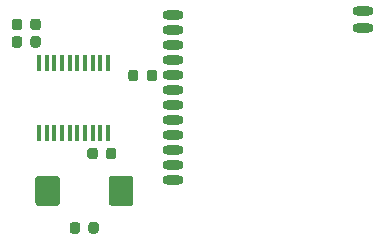
<source format=gbr>
G04 #@! TF.GenerationSoftware,KiCad,Pcbnew,5.1.8-db9833491~87~ubuntu20.04.1*
G04 #@! TF.CreationDate,2020-11-19T11:25:10+01:00*
G04 #@! TF.ProjectId,sally,73616c6c-792e-46b6-9963-61645f706362,v1.0*
G04 #@! TF.SameCoordinates,Original*
G04 #@! TF.FileFunction,Paste,Top*
G04 #@! TF.FilePolarity,Positive*
%FSLAX46Y46*%
G04 Gerber Fmt 4.6, Leading zero omitted, Abs format (unit mm)*
G04 Created by KiCad (PCBNEW 5.1.8-db9833491~87~ubuntu20.04.1) date 2020-11-19 11:25:10*
%MOMM*%
%LPD*%
G01*
G04 APERTURE LIST*
%ADD10R,0.450000X1.450000*%
%ADD11O,1.800000X0.800000*%
G04 APERTURE END LIST*
D10*
X152575000Y-92450000D03*
X153225000Y-92450000D03*
X153875000Y-92450000D03*
X154525000Y-92450000D03*
X155175000Y-92450000D03*
X155825000Y-92450000D03*
X156475000Y-92450000D03*
X157125000Y-92450000D03*
X157775000Y-92450000D03*
X158425000Y-92450000D03*
X158425000Y-86550000D03*
X157775000Y-86550000D03*
X157125000Y-86550000D03*
X156475000Y-86550000D03*
X155825000Y-86550000D03*
X155175000Y-86550000D03*
X154525000Y-86550000D03*
X153875000Y-86550000D03*
X153225000Y-86550000D03*
X152575000Y-86550000D03*
G36*
G01*
X160570000Y-96345000D02*
X160570000Y-98395000D01*
G75*
G02*
X160320000Y-98645000I-250000J0D01*
G01*
X158745000Y-98645000D01*
G75*
G02*
X158495000Y-98395000I0J250000D01*
G01*
X158495000Y-96345000D01*
G75*
G02*
X158745000Y-96095000I250000J0D01*
G01*
X160320000Y-96095000D01*
G75*
G02*
X160570000Y-96345000I0J-250000D01*
G01*
G37*
G36*
G01*
X154345000Y-96345000D02*
X154345000Y-98395000D01*
G75*
G02*
X154095000Y-98645000I-250000J0D01*
G01*
X152520000Y-98645000D01*
G75*
G02*
X152270000Y-98395000I0J250000D01*
G01*
X152270000Y-96345000D01*
G75*
G02*
X152520000Y-96095000I250000J0D01*
G01*
X154095000Y-96095000D01*
G75*
G02*
X154345000Y-96345000I0J-250000D01*
G01*
G37*
G36*
G01*
X156685000Y-94456250D02*
X156685000Y-93943750D01*
G75*
G02*
X156903750Y-93725000I218750J0D01*
G01*
X157341250Y-93725000D01*
G75*
G02*
X157560000Y-93943750I0J-218750D01*
G01*
X157560000Y-94456250D01*
G75*
G02*
X157341250Y-94675000I-218750J0D01*
G01*
X156903750Y-94675000D01*
G75*
G02*
X156685000Y-94456250I0J218750D01*
G01*
G37*
G36*
G01*
X158260000Y-94456250D02*
X158260000Y-93943750D01*
G75*
G02*
X158478750Y-93725000I218750J0D01*
G01*
X158916250Y-93725000D01*
G75*
G02*
X159135000Y-93943750I0J-218750D01*
G01*
X159135000Y-94456250D01*
G75*
G02*
X158916250Y-94675000I-218750J0D01*
G01*
X158478750Y-94675000D01*
G75*
G02*
X158260000Y-94456250I0J218750D01*
G01*
G37*
G36*
G01*
X161000000Y-87343750D02*
X161000000Y-87856250D01*
G75*
G02*
X160781250Y-88075000I-218750J0D01*
G01*
X160343750Y-88075000D01*
G75*
G02*
X160125000Y-87856250I0J218750D01*
G01*
X160125000Y-87343750D01*
G75*
G02*
X160343750Y-87125000I218750J0D01*
G01*
X160781250Y-87125000D01*
G75*
G02*
X161000000Y-87343750I0J-218750D01*
G01*
G37*
G36*
G01*
X162575000Y-87343750D02*
X162575000Y-87856250D01*
G75*
G02*
X162356250Y-88075000I-218750J0D01*
G01*
X161918750Y-88075000D01*
G75*
G02*
X161700000Y-87856250I0J218750D01*
G01*
X161700000Y-87343750D01*
G75*
G02*
X161918750Y-87125000I218750J0D01*
G01*
X162356250Y-87125000D01*
G75*
G02*
X162575000Y-87343750I0J-218750D01*
G01*
G37*
G36*
G01*
X157635000Y-100243750D02*
X157635000Y-100756250D01*
G75*
G02*
X157416250Y-100975000I-218750J0D01*
G01*
X156978750Y-100975000D01*
G75*
G02*
X156760000Y-100756250I0J218750D01*
G01*
X156760000Y-100243750D01*
G75*
G02*
X156978750Y-100025000I218750J0D01*
G01*
X157416250Y-100025000D01*
G75*
G02*
X157635000Y-100243750I0J-218750D01*
G01*
G37*
G36*
G01*
X156060000Y-100243750D02*
X156060000Y-100756250D01*
G75*
G02*
X155841250Y-100975000I-218750J0D01*
G01*
X155403750Y-100975000D01*
G75*
G02*
X155185000Y-100756250I0J218750D01*
G01*
X155185000Y-100243750D01*
G75*
G02*
X155403750Y-100025000I218750J0D01*
G01*
X155841250Y-100025000D01*
G75*
G02*
X156060000Y-100243750I0J-218750D01*
G01*
G37*
G36*
G01*
X150275000Y-85006250D02*
X150275000Y-84493750D01*
G75*
G02*
X150493750Y-84275000I218750J0D01*
G01*
X150931250Y-84275000D01*
G75*
G02*
X151150000Y-84493750I0J-218750D01*
G01*
X151150000Y-85006250D01*
G75*
G02*
X150931250Y-85225000I-218750J0D01*
G01*
X150493750Y-85225000D01*
G75*
G02*
X150275000Y-85006250I0J218750D01*
G01*
G37*
G36*
G01*
X151850000Y-85006250D02*
X151850000Y-84493750D01*
G75*
G02*
X152068750Y-84275000I218750J0D01*
G01*
X152506250Y-84275000D01*
G75*
G02*
X152725000Y-84493750I0J-218750D01*
G01*
X152725000Y-85006250D01*
G75*
G02*
X152506250Y-85225000I-218750J0D01*
G01*
X152068750Y-85225000D01*
G75*
G02*
X151850000Y-85006250I0J218750D01*
G01*
G37*
G36*
G01*
X151850000Y-83531250D02*
X151850000Y-83018750D01*
G75*
G02*
X152068750Y-82800000I218750J0D01*
G01*
X152506250Y-82800000D01*
G75*
G02*
X152725000Y-83018750I0J-218750D01*
G01*
X152725000Y-83531250D01*
G75*
G02*
X152506250Y-83750000I-218750J0D01*
G01*
X152068750Y-83750000D01*
G75*
G02*
X151850000Y-83531250I0J218750D01*
G01*
G37*
G36*
G01*
X150275000Y-83531250D02*
X150275000Y-83018750D01*
G75*
G02*
X150493750Y-82800000I218750J0D01*
G01*
X150931250Y-82800000D01*
G75*
G02*
X151150000Y-83018750I0J-218750D01*
G01*
X151150000Y-83531250D01*
G75*
G02*
X150931250Y-83750000I-218750J0D01*
G01*
X150493750Y-83750000D01*
G75*
G02*
X150275000Y-83531250I0J218750D01*
G01*
G37*
D11*
X180050000Y-83610000D03*
X180050000Y-82110000D03*
X163950000Y-96485000D03*
X163950000Y-95215000D03*
X163950000Y-93945000D03*
X163950000Y-92675000D03*
X163950000Y-91405000D03*
X163950000Y-90135000D03*
X163950000Y-88865000D03*
X163950000Y-87595000D03*
X163950000Y-86325000D03*
X163950000Y-85055000D03*
X163950000Y-83785000D03*
X163950000Y-82515000D03*
M02*

</source>
